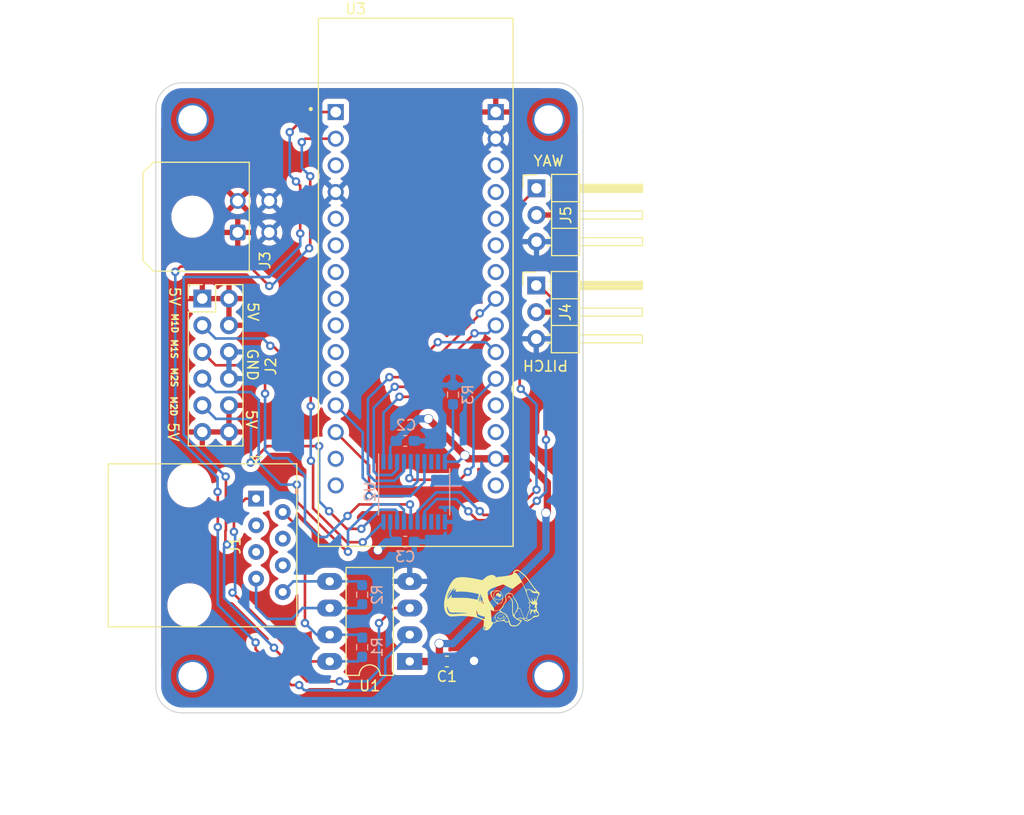
<source format=kicad_pcb>
(kicad_pcb (version 20211014) (generator pcbnew)

  (general
    (thickness 1.6)
  )

  (paper "A4")
  (layers
    (0 "F.Cu" signal)
    (31 "B.Cu" signal)
    (32 "B.Adhes" user "B.Adhesive")
    (33 "F.Adhes" user "F.Adhesive")
    (34 "B.Paste" user)
    (35 "F.Paste" user)
    (36 "B.SilkS" user "B.Silkscreen")
    (37 "F.SilkS" user "F.Silkscreen")
    (38 "B.Mask" user)
    (39 "F.Mask" user)
    (40 "Dwgs.User" user "User.Drawings")
    (41 "Cmts.User" user "User.Comments")
    (42 "Eco1.User" user "User.Eco1")
    (43 "Eco2.User" user "User.Eco2")
    (44 "Edge.Cuts" user)
    (45 "Margin" user)
    (46 "B.CrtYd" user "B.Courtyard")
    (47 "F.CrtYd" user "F.Courtyard")
    (48 "B.Fab" user)
    (49 "F.Fab" user)
    (50 "User.1" user)
    (51 "User.2" user)
    (52 "User.3" user)
    (53 "User.4" user)
    (54 "User.5" user)
    (55 "User.6" user)
    (56 "User.7" user)
    (57 "User.8" user)
    (58 "User.9" user)
  )

  (setup
    (stackup
      (layer "F.SilkS" (type "Top Silk Screen"))
      (layer "F.Paste" (type "Top Solder Paste"))
      (layer "F.Mask" (type "Top Solder Mask") (thickness 0.01))
      (layer "F.Cu" (type "copper") (thickness 0.035))
      (layer "dielectric 1" (type "core") (thickness 1.51) (material "FR4") (epsilon_r 4.5) (loss_tangent 0.02))
      (layer "B.Cu" (type "copper") (thickness 0.035))
      (layer "B.Mask" (type "Bottom Solder Mask") (thickness 0.01))
      (layer "B.Paste" (type "Bottom Solder Paste"))
      (layer "B.SilkS" (type "Bottom Silk Screen"))
      (copper_finish "None")
      (dielectric_constraints no)
    )
    (pad_to_mask_clearance 0)
    (pcbplotparams
      (layerselection 0x00010fc_ffffffff)
      (disableapertmacros false)
      (usegerberextensions true)
      (usegerberattributes false)
      (usegerberadvancedattributes false)
      (creategerberjobfile false)
      (svguseinch false)
      (svgprecision 6)
      (excludeedgelayer true)
      (plotframeref false)
      (viasonmask false)
      (mode 1)
      (useauxorigin false)
      (hpglpennumber 1)
      (hpglpenspeed 20)
      (hpglpendiameter 15.000000)
      (dxfpolygonmode true)
      (dxfimperialunits true)
      (dxfusepcbnewfont true)
      (psnegative false)
      (psa4output false)
      (plotreference true)
      (plotvalue false)
      (plotinvisibletext false)
      (sketchpadsonfab false)
      (subtractmaskfromsilk true)
      (outputformat 1)
      (mirror false)
      (drillshape 0)
      (scaleselection 1)
      (outputdirectory "gerbers/")
    )
  )

  (net 0 "")
  (net 1 "/RS485_A")
  (net 2 "/RS485_B")
  (net 3 "unconnected-(J1-Pad3)")
  (net 4 "/RS485_Z")
  (net 5 "/RS485_Y")
  (net 6 "+5V")
  (net 7 "/M1_DIR_OUT")
  (net 8 "/TIM2_CH2{slash}M1_SPEED_OUT")
  (net 9 "GND")
  (net 10 "/TIM2_CH4{slash}M2_SPEED_OUT")
  (net 11 "/M2_DIR_OUT")
  (net 12 "+3V3")
  (net 13 "/M1_DIR")
  (net 14 "/M2_DIR")
  (net 15 "/TIM2_CH4{slash}M2_SPEED")
  (net 16 "/TIM2_CH2{slash}M1_SPEED")
  (net 17 "/STM32_USART1_RX")
  (net 18 "/STM32_USART1_TX")
  (net 19 "unconnected-(U3-Pad3)")
  (net 20 "unconnected-(U3-Pad6)")
  (net 21 "unconnected-(U3-Pad7)")
  (net 22 "unconnected-(U3-Pad8)")
  (net 23 "unconnected-(U3-Pad9)")
  (net 24 "unconnected-(U3-Pad10)")
  (net 25 "unconnected-(U3-Pad11)")
  (net 26 "/PITCH{slash}TIM1_CH4_OUT")
  (net 27 "/YAW{slash}TIM1_CH1_OUT")
  (net 28 "unconnected-(U3-Pad14)")
  (net 29 "unconnected-(U3-Pad15)")
  (net 30 "unconnected-(U3-Pad16)")
  (net 31 "unconnected-(U3-Pad18)")
  (net 32 "unconnected-(U3-Pad19)")
  (net 33 "unconnected-(U3-Pad24)")
  (net 34 "unconnected-(U3-Pad25)")
  (net 35 "unconnected-(U3-Pad26)")
  (net 36 "unconnected-(U3-Pad27)")
  (net 37 "unconnected-(U3-Pad28)")
  (net 38 "/YAW{slash}TIM1_CH1")
  (net 39 "/PITCH{slash}TIM1_CH4")
  (net 40 "unconnected-(U2-Pad8)")
  (net 41 "unconnected-(U2-Pad9)")
  (net 42 "unconnected-(J1-Pad4)")
  (net 43 "unconnected-(U2-Pad12)")
  (net 44 "unconnected-(U2-Pad13)")
  (net 45 "unconnected-(U3-Pad5)")
  (net 46 "unconnected-(J1-Pad5)")
  (net 47 "unconnected-(J1-Pad6)")

  (footprint "Connector_PinHeader_2.54mm:PinHeader_1x03_P2.54mm_Horizontal" (layer "F.Cu") (at 36.225 19.3))

  (footprint "Connector_RJ:RJ45_Amphenol_54602-x08_Horizontal" (layer "F.Cu") (at 9.55 39.6 -90))

  (footprint "Connector_PinHeader_2.54mm:PinHeader_2x06_P2.54mm_Vertical" (layer "F.Cu") (at 4.425 20.55))

  (footprint "Package_DIP:DIP-8_W7.62mm_LongPads" (layer "F.Cu") (at 24.175 55.1 180))

  (footprint "MountingHole:MountingHole_2.7mm_M2.5_DIN965_Pad_TopOnly" (layer "F.Cu") (at 37.4 56.5))

  (footprint "MountingHole:MountingHole_2.7mm_M2.5_DIN965_Pad_TopOnly" (layer "F.Cu") (at 3.5 3.5))

  (footprint "MountingHole:MountingHole_2.7mm_M2.5_DIN965_Pad_TopOnly" (layer "F.Cu") (at 3.5 56.5))

  (footprint "MountingHole:MountingHole_2.7mm_M2.5_DIN965_Pad_TopOnly" (layer "F.Cu") (at 37.4 3.5))

  (footprint "Connector_PinHeader_2.54mm:PinHeader_1x03_P2.54mm_Horizontal" (layer "F.Cu") (at 36.25 10.05))

  (footprint "Connector_Molex:Molex_Micro-Fit_3.0_43045-0400_2x02_P3.00mm_Horizontal" (layer "F.Cu") (at 7.8 14.25 90))

  (footprint "plib:epenguin_head_small" (layer "F.Cu") (at 32 49.25 90))

  (footprint "Capacitor_SMD:C_0603_1608Metric_Pad1.08x0.95mm_HandSolder" (layer "F.Cu") (at 27.716 55.11 180))

  (footprint "plib:MODULE_NUCLEO-L432KC" (layer "F.Cu") (at 24.75 19))

  (footprint "Resistor_SMD:R_0603_1608Metric_Pad0.98x0.95mm_HandSolder" (layer "B.Cu") (at 19.65 53.75 90))

  (footprint "Resistor_SMD:R_0603_1608Metric_Pad0.98x0.95mm_HandSolder" (layer "B.Cu") (at 28.3 29.7 90))

  (footprint "Capacitor_SMD:C_0603_1608Metric_Pad1.08x0.95mm_HandSolder" (layer "B.Cu") (at 23.75 34.1))

  (footprint "Package_SO:TSSOP-20_4.4x6.5mm_P0.65mm" (layer "B.Cu") (at 24.6 38.95 -90))

  (footprint "Capacitor_SMD:C_0603_1608Metric_Pad1.08x0.95mm_HandSolder" (layer "B.Cu") (at 23.75 43.7))

  (footprint "Resistor_SMD:R_0603_1608Metric_Pad0.98x0.95mm_HandSolder" (layer "B.Cu") (at 19.65 48.75 90))

  (gr_line (start 0 2.5) (end 0 57.5) (layer "Edge.Cuts") (width 0.1) (tstamp 0b0ed82f-cd0f-483e-afb1-3d9c63626412))
  (gr_arc (start 38.182233 0) (mid 39.95 0.732233) (end 40.682233 2.5) (layer "Edge.Cuts") (width 0.1) (tstamp 3026f0e5-2e03-4b09-8bf9-bf5e41de9fde))
  (gr_line (start 2.5 60) (end 38.182233 60) (layer "Edge.Cuts") (width 0.1) (tstamp 3bc3a1f7-6e8d-4cb1-b522-61dab886a957))
  (gr_line (start 40.682233 57.5) (end 40.682233 2.5) (layer "Edge.Cuts") (width 0.1) (tstamp 55509fb5-1a05-4183-aa48-bc8ee8bff31d))
  (gr_line (start 2.5 0) (end 38.182233 0) (layer "Edge.Cuts") (width 0.1) (tstamp 7f0a762d-d58f-4d42-ae1f-7d80a0e2bd28))
  (gr_arc (start 2.5 60) (mid 0.732233 59.267767) (end 0 57.5) (layer "Edge.Cuts") (width 0.1) (tstamp af00085d-1794-4c99-952f-c446aee665f4))
  (gr_arc (start 40.682233 57.5) (mid 39.95 59.267767) (end 38.182233 60) (layer "Edge.Cuts") (width 0.1) (tstamp d4fffbb7-788f-4b07-aa57-4a4d4fff19d5))
  (gr_arc (start 0 2.5) (mid 0.732233 0.732233) (end 2.5 0) (layer "Edge.Cuts") (width 0.1) (tstamp f721f40e-7993-44a7-bcd0-f5608efe0556))
  (gr_text "PITCH" (at 37.1 26.9 180) (layer "F.SilkS") (tstamp 00a356b0-eac1-42f5-a05f-785a3fb7aa15)
    (effects (font (size 1 1) (thickness 0.15)))
  )
  (gr_text "M2S" (at 1.75 28.05 270) (layer "F.SilkS") (tstamp 372a8565-9dd7-4ebf-b735-8f3537057e29)
    (effects (font (size 0.6 0.6) (thickness 0.15)))
  )
  (gr_text "M1D" (at 1.8 22.9 270) (layer "F.SilkS") (tstamp 4051e848-01c5-456c-9f15-dde598810cb0)
    (effects (font (size 0.6 0.6) (thickness 0.15)))
  )
  (gr_text "5V" (at 1.65 33.25 270) (layer "F.SilkS") (tstamp 432d0299-d0fd-4c16-b73d-ec141bffd79f)
    (effects (font (size 1 1) (thickness 0.15)))
  )
  (gr_text "YAW" (at 37.4 7.45) (layer "F.SilkS") (tstamp 43dbf707-ed6f-4312-af6e-1ccbd146a347)
    (effects (font (size 1 1) (thickness 0.15)))
  )
  (gr_text "GND" (at 9.2 26.85 270) (layer "F.SilkS") (tstamp 884b7739-d86f-4a0a-849a-d154ec42348f)
    (effects (font (size 1 1) (thickness 0.15)))
  )
  (gr_text "5V" (at 9.1 32.05 270) (layer "F.SilkS") (tstamp ac7a1a1b-5329-41b9-8053-10fb6d6d430d)
    (effects (font (size 1 1) (thickness 0.15)))
  )
  (gr_text "M1S" (at 1.75 25.35 270) (layer "F.SilkS") (tstamp ce6e2cb2-f8a7-4656-99aa-10b2d4690421)
    (effects (font (size 0.6 0.6) (thickness 0.15)))
  )
  (gr_text "5V" (at 9.25 21.8 270) (layer "F.SilkS") (tstamp d43a2933-c675-483d-bec0-b1e9bbd0b02b)
    (effects (font (size 1 1) (thickness 0.15)))
  )
  (gr_text "5V" (at 1.8 20.35 270) (layer "F.SilkS") (tstamp f701af6d-24c2-42a3-8bf0-6bf921265f52)
    (effects (font (size 1 1) (thickness 0.15)))
  )
  (gr_text "M2D" (at 1.7 30.8 270) (layer "F.SilkS") (tstamp f9ad5758-fc8e-4598-ac38-9d7cf2dd980c)
    (effects (font (size 0.6 0.6) (thickness 0.15)))
  )

  (segment (start 16.555 55.1) (end 13.85 55.1) (width 0.25) (layer "F.Cu") (net 1) (tstamp 070d9a4e-80e7-4094-ac38-378ba10a929a))
  (segment (start 8.55 39.6) (end 7.437006 40.712994) (width 0.25) (layer "F.Cu") (net 1) (tstamp 18dafc9c-d445-4159-8c13-af97f40f14b8))
  (segment (start 13.85 55.1) (end 7.3 48.55) (width 0.25) (layer "F.Cu") (net 1) (tstamp 2046979b-88b7-4ca1-8b72-2819f99f4212))
  (segment (start 7.437006 40.712994) (end 7.437006 42.75659) (width 0.25) (layer "F.Cu") (net 1) (tstamp 57c973ca-3091-4e0d-a630-6eebeb0cd451))
  (segment (start 9.55 39.6) (end 8.55 39.6) (width 0.25) (layer "F.Cu") (net 1) (tstamp 84b71b23-38e5-4859-8088-e779d0c9a1b3))
  (via (at 7.437006 42.75659) (size 0.8) (drill 0.4) (layers "F.Cu" "B.Cu") (net 1) (tstamp 3ac9cdba-42e9-47c4-a117-c012acd1e5c5))
  (via (at 7.3 48.55) (size 0.8) (drill 0.4) (layers "F.Cu" "B.Cu") (net 1) (tstamp 76da7585-8685-4c96-9ca6-afab8dc9524d))
  (segment (start 19.65 54.6625) (end 19.2125 55.1) (width 0.25) (layer "B.Cu") (net 1) (tstamp 088c9092-c41a-44c3-b646-582adbe640f8))
  (segment (start 7.549 42.868584) (end 7.437006 42.75659) (width 0.25) (layer "B.Cu") (net 1) (tstamp 18c7d59b-2ba9-4e85-95ec-387acfad0cab))
  (segment (start 7.549 48.301) (end 7.549 42.868584) (width 0.25) (layer "B.Cu") (net 1) (tstamp 4d080620-2b39-4d10-b58c-ec6f72050612))
  (segment (start 7.3 48.55) (end 7.549 48.301) (width 0.25) (layer "B.Cu") (net 1) (tstamp 6aa4f4bd-201e-4c5b-87d5-cb10a2441f29))
  (segment (start 19.2125 55.1) (end 16.555 55.1) (width 0.25) (layer "B.Cu") (net 1) (tstamp 6fcd8cb9-a2f3-4d9c-9ad5-3d104790bfc9))
  (segment (start 14.2 42.98) (end 12.09 40.87) (width 0.25) (layer "F.Cu") (net 2) (tstamp b76ef12c-39d2-484f-b56d-f5c21b4c07b6))
  (segment (start 14.2 51.45) (end 14.2 42.98) (width 0.25) (layer "F.Cu") (net 2) (tstamp fad5b779-3a88-41dc-bb23-6470bdeb11b8))
  (via (at 14.2 51.45) (size 0.8) (drill 0.4) (layers "F.Cu" "B.Cu") (net 2) (tstamp 34854e83-e1f2-4529-b2e4-39c7cd26f842))
  (segment (start 16.555 52.56) (end 15.31 52.56) (width 0.25) (layer "B.Cu") (net 2) (tstamp 4deea405-9e0d-4ed8-99f8-fda32d01d77f))
  (segment (start 19.65 52.8375) (end 19.3725 52.56) (width 0.25) (layer "B.Cu") (net 2) (tstamp 5e465618-61c3-4b51-947c-c31cebf4b696))
  (segment (start 15.31 52.56) (end 14.2 51.45) (width 0.25) (layer "B.Cu") (net 2) (tstamp 6357fd49-ef7c-43af-bf5c-584ceeb65cab))
  (segment (start 19.3725 52.56) (end 16.555 52.56) (width 0.25) (layer "B.Cu") (net 2) (tstamp f7dd75ea-8bfc-4528-ad21-a4979b174a49))
  (segment (start 9.55 49.95) (end 9.55 47.22) (width 0.25) (layer "B.Cu") (net 4) (tstamp 15f8afde-6213-4ff4-a60a-912cb12c588d))
  (segment (start 12.95 51.05) (end 10.65 51.05) (width 0.25) (layer "B.Cu") (net 4) (tstamp 2021a1be-e81b-4bf0-aa1a-d476bb052733))
  (segment (start 16.555 50.02) (end 13.98 50.02) (width 0.25) (layer "B.Cu") (net 4) (tstamp 211d1edb-a3ca-4f09-a7d0-3240c8815b0d))
  (segment (start 10.65 51.05) (end 9.55 49.95) (width 0.25) (layer "B.Cu") (net 4) (tstamp 50ecb911-871b-4ba0-8f12-76b0066ac29d))
  (segment (start 13.98 50.02) (end 12.95 51.05) (width 0.25) (layer "B.Cu") (net 4) (tstamp 66e076ae-a61e-4848-b341-11445014aee4))
  (segment (start 19.2925 50.02) (end 16.555 50.02) (width 0.25) (layer "B.Cu") (net 4) (tstamp 9c423090-79a1-4845-b9cc-48a141360a76))
  (segment (start 19.65 49.6625) (end 19.2925 50.02) (width 0.25) (layer "B.Cu") (net 4) (tstamp a7bae4e0-4e92-4493-a363-57297e00d15e))
  (segment (start 13.1 47.48) (end 12.09 48.49) (width 0.25) (layer "B.Cu") (net 5) (tstamp 2571a9a7-3cd7-4411-a936-0b547ce693d7))
  (segment (start 19.2925 47.48) (end 16.555 47.48) (width 0.25) (layer "B.Cu") (net 5) (tstamp 41cc6a45-6fe4-4923-ab82-e638446abb4b))
  (segment (start 19.65 47.8375) (end 19.2925 47.48) (width 0.25) (layer "B.Cu") (net 5) (tstamp 476bb62b-d1a0-4986-996c-a3a1bebc6834))
  (segment (start 16.555 47.48) (end 13.1 47.48) (width 0.25) (layer "B.Cu") (net 5) (tstamp bc424331-1e4f-43e5-b53b-fba76567bbe8))
  (via (at 21.15 44.5) (size 0.9) (drill 0.8) (layers "F.Cu" "B.Cu") (net 6) (tstamp a590e6fe-cde9-4570-b2ab-5b1ef025b40a))
  (segment (start 22.325 41.8125) (end 22.325 43.1375) (width 0.2) (layer "B.Cu") (net 6) (tstamp 1a81225f-0b73-4f80-9d6b-63b6c2f59683))
  (segment (start 21.95 43.7) (end 21.15 44.5) (width 0.7) (layer "B.Cu") (net 6) (tstamp 43635e50-10cc-4eaf-82c7-d2c64aece9fb))
  (segment (start 22.325 43.1375) (end 22.8875 43.7) (width 0.2) (layer "B.Cu") (net 6) (tstamp c32fc2f8-bd71-42a5-8366-4756ee0ce1a7))
  (segment (start 22.8875 43.7) (end 21.95 43.7) (width 0.7) (layer "B.Cu") (net 6) (tstamp e13b02df-63f1-4006-817f-3aa7a17b77bc))
  (segment (start 14.9745 40.5245) (end 14.9745 36.196197) (width 0.25) (layer "F.Cu") (net 7) (tstamp 15b6a284-2f49-4fc5-9e91-51bd2bb227e6))
  (segment (start 11.15 25.05) (end 14.75 28.65) (width 0.25) (layer "F.Cu") (net 7) (tstamp 3a2eec88-18df-4031-95b9-bae675cfd221))
  (segment (start 14.75 28.65) (end 14.75 30.8) (width 0.25) (layer "F.Cu") (net 7) (tstamp 6c4fcc62-6711-4b3a-9159-0456aad1623c))
  (segment (start 18.2 43.75) (end 14.9745 40.5245) (width 0.25) (layer "F.Cu") (net 7) (tstamp 79956286-9559-448a-8bba-a2ca87671a7d))
  (segment (start 14.9745 36.196197) (end 14.7755 35.997197) (width 0.25) (layer "F.Cu") (net 7) (tstamp 84733162-bbe7-408d-a20f-6d47359577a9))
  (segment (start 19.7 43.75) (end 18.2 43.75) (width 0.25) (layer "F.Cu") (net 7) (tstamp ce6f96b1-2622-498f-821c-29c24fd7ccfb))
  (segment (start 10.9 25.05) (end 11.15 25.05) (width 0.25) (layer "F.Cu") (net 7) (tstamp dd118dae-ddfd-43e2-894e-71e37f00b482))
  (via (at 10.9 25.05) (size 0.8) (drill 0.4) (layers "F.Cu" "B.Cu") (net 7) (tstamp 16ad0bf4-6dc6-41c7-ba56-a9c564d51de7))
  (via (at 14.75 30.8) (size 0.8) (drill 0.4) (layers "F.Cu" "B.Cu") (net 7) (tstamp 4a92daa4-7f99-4d5a-9280-c637a08db1d0))
  (via (at 14.7755 35.997197) (size 0.8) (drill 0.4) (layers "F.Cu" "B.Cu") (net 7) (tstamp ae9a8971-9314-4183-844d-d5eb053c094d))
  (via (at 19.7 43.75) (size 0.8) (drill 0.4) (layers "F.Cu" "B.Cu") (net 7) (tstamp fc5b753f-d2b8-48b1-92fc-466831eacf1d))
  (segment (start 8.7 24.35) (end 10.2 24.35) (width 0.25) (layer "B.Cu") (net 7) (tstamp 190902b9-ec7a-4558-b95e-5fef2468feaa))
  (segment (start 14.75 30.8) (end 14.75 35.971697) (width 0.25) (layer "B.Cu") (net 7) (tstamp 69f4693d-6909-44a8-b095-faeff0261b81))
  (segment (start 5.685 24.35) (end 8.7 24.35) (width 0.25) (layer "B.Cu") (net 7) (tstamp 75696ffb-7e56-4624-872f-ed224c0cd06c))
  (segment (start 10.2 24.35) (end 10.9 25.05) (width 0.25) (layer "B.Cu") (net 7) (tstamp 969a8a42-d455-4d24-8933-d94524aceaa9))
  (segment (start 19.7375 43.75) (end 19.7 43.75) (width 0.25) (layer "B.Cu") (net 7) (tstamp c9bc6774-97af-4dde-90d9-4e0420a90062))
  (segment (start 4.425 23.09) (end 5.685 24.35) (width 0.25) (layer "B.Cu") (net 7) (tstamp e6c97dab-ea7a-4f7d-ab3b-c31deceaabcb))
  (segment (start 14.75 35.971697) (end 14.7755 35.997197) (width 0.25) (layer "B.Cu") (net 7) (tstamp ea1cccb4-d182-4571-b0a8-049b5f9cf515))
  (segment (start 21.675 41.8125) (end 19.7375 43.75) (width 0.25) (layer "B.Cu") (net 7) (tstamp ead14060-2fbe-4931-9bfe-b1933b9890de))
  (segment (start 4.425 25.63) (end 5.695 26.9) (width 0.25) (layer "F.Cu") (net 8) (tstamp 07e4dbda-56d3-49c3-9a4c-00cc41599524))
  (segment (start 10.4 27.7) (end 10.4 29.6) (width 0.25) (layer "F.Cu") (net 8) (tstamp 442e5e35-4d10-4bb1-bd65-5fbd8cc2b9a7))
  (segment (start 24.2 40.15) (end 19.35 40.15) (width 0.25) (layer "F.Cu") (net 8) (tstamp 50269ec7-e142-4bf2-841c-6df453fabaa4))
  (segment (start 19.35 40.15) (end 18.25 41.25) (width 0.25) (layer "F.Cu") (net 8) (tstamp 63a03f22-217d-4481-8f60-d8aaf3360db0))
  (segment (start 5.695 26.9) (end 8.7 26.9) (width 0.25) (layer "F.Cu") (net 8) (tstamp 76ff9219-a501-4121-a7cb-1c65247a5a9f))
  (segment (start 8.7 26.9) (end 9.6 26.9) (width 0.25) (layer "F.Cu") (net 8) (tstamp c2817985-2c65-4e41-b1ba-3f1b32f1b95b))
  (segment (start 9.6 26.9) (end 10.4 27.7) (width 0.25) (layer "F.Cu") (net 8) (tstamp fb08b230-ae58-4888-a7db-27d02dd234fb))
  (via (at 18.25 41.25) (size 0.8) (drill 0.4) (layers "F.Cu" "B.Cu") (net 8) (tstamp 0b8a12db-9ef5-4b43-8f38-9b1799f1e919))
  (via (at 24.2 40.15) (size 0.8) (drill 0.4) (layers "F.Cu" "B.Cu") (net 8) (tstamp 7df328bf-63d9-4776-92f8-91322a0c118f))
  (via (at 10.4 29.6) (size 0.8) (drill 0.4) (layers "F.Cu" "B.Cu") (net 8) (tstamp c6961867-c5f2-41c1-9f3c-be4c08ce6100))
  (segment (start 24.275 41.8125) (end 24.275 40.225) (width 0.25) (layer "B.Cu") (net 8) (tstamp 0a51a9ff-5d8f-449c-8401-15f484259bcb))
  (segment (start 10.4 35) (end 11.15 35.75) (width 0.25) (layer "B.Cu") (net 8) (tstamp 20876b21-b0d3-4bca-865f-f2cb58bab4ac))
  (segment (start 16.25 43.25) (end 15.55 43.25) (width 0.25) (layer "B.Cu") (net 8) (tstamp 3bb34682-48ba-4817-a51e-3ddbf6f78096))
  (segment (start 14.2 41.9) (end 14.2 37.4) (width 0.25) (layer "B.Cu") (net 8) (tstamp 715f02de-fe56-4b6e-8bf8-fa97f890b683))
  (segment (start 15.55 43.25) (end 14.2 41.9) (width 0.25) (layer "B.Cu") (net 8) (tstamp 7e87503e-748d-4b5e-ade7-6541892bd3be))
  (segment (start 10.4 29.6) (end 10.4 35) (width 0.25) (layer "B.Cu") (net 8) (tstamp ad4deb87-9c45-4917-a673-5e325bad78e2))
  (segment (start 18.25 41.25) (end 16.25 43.25) (width 0.25) (layer "B.Cu") (net 8) (tstamp ba473fb4-7578-42d3-9c7d-478397a77af1))
  (segment (start 12.55 35.75) (end 11.15 35.75) (width 0.25) (layer "B.Cu") (net 8) (tstamp dbe107dc-fac0-4e65-8037-90829e1b40f7))
  (segment (start 14.2 37.4) (end 12.55 35.75) (width 0.25) (layer "B.Cu") (net 8) (tstamp f74b43f9-2457-47d1-ab91-a4007b6536db))
  (segment (start 24.275 40.225) (end 24.2 40.15) (width 0.25) (layer "B.Cu") (net 8) (tstamp fb8616f9-4c27-45a0-9d6c-304ec02494a5))
  (segment (start 30.24 55.11) (end 30.3 55.05) (width 0.7) (layer "F.Cu") (net 9) (tstamp 605260ce-f1c0-4406-ba8a-47bef5e5d994))
  (segment (start 28.5785 55.11) (end 30.24 55.11) (width 0.7) (layer "F.Cu") (net 9) (tstamp bf1637b5-0e70-47d6-8e19-b81108567c27))
  (via (at 30.3 55.05) (size 0.9) (drill 0.8) (layers "F.Cu" "B.Cu") (net 9) (tstamp d685c32a-fa7c-4428-92f6-578736463fb8))
  (segment (start 18.2 44.65) (end 13.4255 39.8755) (width 0.25) (layer "F.Cu") (net 10) (tstamp 12e2692b-1b11-4205-925d-9fdd399dec78))
  (segment (start 13.4255 39.8755) (end 13.4255 38.263113) (width 0.25) (layer "F.Cu") (net 10) (tstamp 49c6fa07-ad8c-42ce-ac02-44882a8197f6))
  (segment (start 18.3 44.65) (end 18.2 44.65) (width 0.25) (layer "F.Cu") (net 10) (tstamp f7e9fe3b-b343-4a7d-bbd6-c22ad8bbb566))
  (via (at 18.3 44.65) (size 0.8) (drill 0.4) (layers "F.Cu" "B.Cu") (net 10) (tstamp 440665ea-e14d-4b7e-bb14-a0a57becda8c))
  (via (at 13.4255 38.263113) (size 0.8) (drill 0.4) (layers "F.Cu" "B.Cu") (net 10) (tstamp aa87b755-976b-4bdd-8d02-8602465d6fa7))
  (segment (start 23.625 41.8125) (end 23.625 40.670309) (width 0.25) (layer "B.Cu") (net 10) (tstamp 4bd1b023-a34f-44c2-b7be-056db58840ce))
  (segment (start 11.913113 38.263113) (end 13.4255 38.263113) (width 0.25) (layer "B.Cu") (net 10) (tstamp 74b2d9f8-d67e-4878-88b3-58123ed2e0c4))
  (segment (start 18.3 42.65) (end 18.3 44.65) (width 0.25) (layer "B.Cu") (net 10) (tstamp 7cf55306-9066-434e-b676-34fe3f489adc))
  (segment (start 20.8 40.15) (end 18.3 42.65) (width 0.25) (layer "B.Cu") (net 10) (tstamp 83dddde0-77a0-4b3a-a199-481fd2fc17f7))
  (segment (start 9.799501 36.149501) (end 11.913113 38.263113) (width 0.25) (layer "B.Cu") (net 10) (tstamp 929fd688-c18e-4794-8f47-e1cf9c4110bb))
  (segment (start 9.799501 30.199501) (end 9.799501 36.149501) (width 0.25) (layer "B.Cu") (net 10) (tstamp 950d57cc-bbd2-41cc-ba7e-848ddfda15bc))
  (segment (start 5.705 29.45) (end 9.05 29.45) (width 0.25) (layer "B.Cu") (net 10) (tstamp 9d9d96f5-e91a-4b6e-924d-a1bdec714c5e))
  (segment (start 23.104691 40.15) (end 20.8 40.15) (width 0.25) (layer "B.Cu") (net 10) (tstamp b7fad5f6-2754-4b7a-bae1-a5c62b4d606d))
  (segment (start 9.05 29.45) (end 9.799501 30.199501) (width 0.25) (layer "B.Cu") (net 10) (tstamp c2819987-3962-4708-aedf-20e3b4764d5d))
  (segment (start 4.425 28.17) (end 5.705 29.45) (width 0.25) (layer "B.Cu") (net 10) (tstamp ec55325d-6ef0-4c70-8bb0-c39daba26bb8))
  (segment (start 23.625 40.670309) (end 23.104691 40.15) (width 0.25) (layer "B.Cu") (net 10) (tstamp ec8d515c-7044-4224-afef-297846c795c5))
  (segment (start 15.55 34.6) (end 10.595598 34.6) (width 0.25) (layer "F.Cu") (net 11) (tstamp 0253ffbf-3d55-4db9-85d3-408458938d3f))
  (segment (start 10.595598 34.6) (end 9.02528 36.170318) (width 0.25) (layer "F.Cu") (net 11) (tstamp f42c0837-131e-4775-ad2b-1903a79d38ba))
  (segment (start 18.176095 42.476095) (end 16.5 40.8) (width 0.25) (layer "F.Cu") (net 11) (tstamp f6a6ae03-49ae-4c40-b6c2-6a99a2cdc166))
  (segment (start 19.569214 42.476095) (end 18.176095 42.476095) (width 0.25) (layer "F.Cu") (net 11) (tstamp fd431072-7c0e-43de-8cbe-b10d9c50e057))
  (via (at 15.55 34.6) (size 0.8) (drill 0.4) (layers "F.Cu" "B.Cu") (net 11) (tstamp 3b02a579-b415-43cf-9add-a34ce367a3ea))
  (via (at 16.5 40.8) (size 0.8) (drill 0.4) (layers "F.Cu" "B.Cu") (net 11) (tstamp 7fd016d9-fed3-498f-84b5-a188f796a6bf))
  (via (at 9.02528 36.170318) (size 0.8) (drill 0.4) (layers "F.Cu" "B.Cu") (net 11) (tstamp a106e1a6-9a3c-4d8e-a9c2-d2741b9c230b))
  (via (at 19.569214 42.476095) (size 0.8) (drill 0.4) (layers "F.Cu" "B.Cu") (net 11) (tstamp ce9d4d8c-b263-49aa-940a-97b684107a01))
  (segment (start 21.395808 40.649501) (end 19.569214 42.476095) (width 0.25) (layer "B.Cu") (net 11) (tstamp 130038e6-58fc-4778-9246-ec36949d0bd1))
  (segment (start 22.975 40.825) (end 22.799501 40.649501) (width 0.25) (layer "B.Cu") (net 11) (tstamp 149b9d19-8f63-4340-a4e3-b14aa9929cf3))
  (segment (start 9.05 32) (end 9.055735 32.005735) (width 0.25) (layer "B.Cu") (net 11) (tstamp 1ec64ee9-3495-4e3e-b2dc-487f1ecb6913))
  (segment (start 9.055735 32.005735) (end 9.055735 36.139863) (width 0.25) (layer "B.Cu") (net 11) (tstamp 56ceca0d-a34d-4b93-a68e-6f1b8488c222))
  (segment (start 4.425 30.71) (end 5.715 32) (width 0.25) (layer "B.Cu") (net 11) (tstamp 5b626725-7ce3-456b-b776-64653e1a2ee8))
  (segment (start 5.715 32) (end 9.05 32) (width 0.25) (layer "B.Cu") (net 11) (tstamp 6250ed57-f172-4dd5-a186-872faf1768fd))
  (segment (start 15.55 39.85) (end 16.5 40.8) (width 0.25) (layer "B.Cu") (net 11) (tstamp 812c7c38-a19f-463c-98a4-2c478f6e9fe5))
  (segment (start 9.055735 36.139863) (end 9.02528 36.170318) (width 0.25) (layer "B.Cu") (net 11) (tstamp b1865d9f-8e37-47f2-9327-bb8be225ee35))
  (segment (start 22.975 41.8125) (end 22.975 40.825) (width 0.25) (layer "B.Cu") (net 11) (tstamp d74931ef-48ce-4c1e-8d5a-542259090359))
  (segment (start 15.55 34.6) (end 15.55 39.85) (width 0.25) (layer "B.Cu") (net 11) (tstamp f2eb1a23-05f0-4cfb-94d1-35c9769a1d2c))
  (segment (start 22.799501 40.649501) (end 21.395808 40.649501) (width 0.25) (layer "B.Cu") (net 11) (tstamp f8cf1431-3b3c-4a2a-b0d8-1fd55c6d039a))
  (segment (start 26.8535 55.11) (end 27 54.9635) (width 0.7) (layer "F.Cu") (net 12) (tstamp 06a9860b-9e87-47c4-9dce-4a760349d32e))
  (segment (start 24.185 55.11) (end 24.175 55.1) (width 0.7) (layer "F.Cu") (net 12) (tstamp 1c21debf-dd4f-444b-9300-f870f18cd0b9))
  (segment (start 32.37 35.805) (end 35.005 35.805) (width 0.7) (layer "F.Cu") (net 12) (tstamp 257ecd36-934f-4aa3-ab2d-db8339ee4b26))
  (segment (start 27 54.9635) (end 27 53.4) (width 0.7) (layer "F.Cu") (net 12) (tstamp 37c3995a-0891-4f32-a91d-95630914c1f8))
  (segment (start 32.37 35.805) (end 29.755 35.805) (width 0.7) (layer "F.Cu") (net 12) (tstamp 60523d6f-dc0c-4be3-8f4e-d70eb0309518))
  (segment (start 37.284155 40.815845) (end 37.15 40.95) (width 0.7) (layer "F.Cu") (net 12) (tstamp 8a80b8a2-9ddc-42e7-a10d-cddf7bcd59c8))
  (segment (start 29.755 35.805) (end 29.425 35.475) (width 0.7) (layer "F.Cu") (net 12) (tstamp 8c8abc1a-da86-416b-a9aa-8c491477f7ce))
  (segment (start 37.284155 38.084155) (end 37.284155 40.815845) (width 0.7) (layer "F.Cu") (net 12) (tstamp 8ee6cbc1-8802-47a5-b0d7-d9001d42a363))
  (segment (start 35.005 35.805) (end 37.284155 38.084155) (width 0.7) (layer "F.Cu") (net 12) (tstamp 93013acd-217d-4382-bed5-4956f1b81a28))
  (segment (start 26.8535 55.11) (end 24.185 55.11) (width 0.7) (layer "F.Cu") (net 12) (tstamp 94b9b5b9-338c-4b49-991c-bea3cd465cd9))
  (segment (start 29.425 35.475) (end 25.95 32) (width 0.7) (layer "F.Cu") (net 12) (tstamp ba813a9b-939b-4d29-bf12-a942eb16c91e))
  (via (at 29.425 35.475) (size 0.9) (drill 0.8) (layers "F.Cu" "B.Cu") (net 12) (tstamp 116237e8-785f-44e3-9c10-650b51097e16))
  (via (at 37.15 40.95) (size 0.9) (drill 0.8) (layers "F.Cu" "B.Cu") (net 12) (tstamp 5d85934e-81e2-4bc0-bb6b-89872cda8f6d))
  (via (at 27 53.4) (size 0.9) (drill 0.8) (layers "F.Cu" "B.Cu") (net 12) (tstamp 67eb8d6f-b680-44cc-9820-cf4e16b94128))
  (via (at 25.95 32) (size 0.9) (drill 0.8) (layers "F.Cu" "B.Cu") (net 12) (tstamp fb02077c-8092-43f0-9734-678d58b86274))
  (segment (start 28.8125 36.0875) (end 29.425 35.475) (width 0.25) (layer "B.Cu") (net 12) (tstamp 08ba252e-4bb8-49cd-a9c5-58b5a5629140))
  (segment (start 27.525 36.0875) (end 28.8125 36.0875) (width 0.25) (layer "B.Cu") (net 12) (tstamp 312d9358-71e9-4e4c-b8c8-fd4a6d09d2ff))
  (segment (start 37.15 44.55) (end 28.3 53.4) (width 0.7) (layer "B.Cu") (net 12) (tstamp 3f1299c6-b900-4000-9d71-aafe81ccdb91))
  (segment (start 22.325 34.6625) (end 22.325 36.0875) (width 0.25) (layer "B.Cu") (net 12) (tstamp 4817ab17-8bb5-47d5-b135-b1175eb390ec))
  (segment (start 37.15 40.95) (end 37.15 44.55) (width 0.7) (layer "B.Cu") (net 12) (tstamp 4a33a8dc-2861-4a2b-b6ff-b407865ffd69))
  (segment (start 28.3 53.4) (end 27 53.4) (width 0.7) (layer "B.Cu") (net 12) (tstamp 4d72de37-f7f9-46b9-8865-4bd52b7f0f79))
  (segment (start 24.9875 32) (end 25.95 32) (width 0.7) (layer "B.Cu") (net 12) (tstamp 8c1ee1b0-7349-4d5d-bad8-752c843740ad))
  (segment (start 27.525 36.0875) (end 27.525 35.575) (width 0.25) (layer "B.Cu") (net 12) (tstamp 92010a4c-e587-4440-a26b-3dc2cc787c62))
  (segment (start 22.8875 34.1) (end 24.9875 32) (width 0.7) (layer "B.Cu") (net 12) (tstamp a24f96d8-b62c-425c-9469-a00337655682))
  (segment (start 27.525 35.575) (end 28.3 34.8) (width 0.25) (layer "B.Cu") (net 12) (tstamp d2e98346-0528-4336-8c94-c0d3b855fe73))
  (segment (start 28.3 34.8) (end 28.3 30.6125) (width 0.25) (layer "B.Cu") (net 12) (tstamp eb982a1f-f00b-4425-9baa-2d086403426a))
  (segment (start 22.8875 34.1) (end 22.325 34.6625) (width 0.25) (layer "B.Cu") (net 12) (tstamp f951e976-e8e9-4617-9569-e17501c82153))
  (segment (start 24.3 29.9) (end 23.2 29.9) (width 0.25) (layer "F.Cu") (net 13) (tstamp 08d7911c-1c3a-4944-a48e-8feffb9ab3be))
  (segment (start 30.35 23.85) (end 24.3 29.9) (width 0.25) (layer "F.Cu") (net 13) (tstamp e6622d3c-cd73-4b35-9f3f-433218fc544d))
  (via (at 23.2 29.9) (size 0.8) (drill 0.4) (layers "F.Cu" "B.Cu") (net 13) (tstamp 75c20b45-34dd-4821-9cbc-57aa884e5614))
  (via (at 30.35 23.85) (size 0.8) (drill 0.4) (layers "F.Cu" "B.Cu") (net 13) (tstamp 8d2b136d-e5b4-42d8-a356-d48a3273c3ac))
  (segment (start 31.625 23.85) (end 32.37 23.105) (width 0.25) (layer "B.Cu") (net 13) (tstamp 80707758-0f30-4a8d-ac3e-699fed50c6fd))
  (segment (start 21.675 36.0875) (end 21.675 31.425) (width 0.25) (layer "B.Cu") (net 13) (tstamp a332b725-71f2-48f4-be9d-0514109ed033))
  (segment (start 21.675 31.425) (end 23.2 29.9) (width 0.25) (layer "B.Cu") (net 13) (tstamp e2bd1564-bef2-45e6-b64e-d165a551951f))
  (segment (start 30.35 23.85) (end 31.625 23.85) (width 0.25) (layer "B.Cu") (net 13) (tstamp f6460ed9-ebdc-4d73-a60f-349db3491fa5))
  (segment (start 23.95 28.95) (end 22.75 28.95) (width 0.25) (layer "F.Cu") (net 14) (tstamp 88281e39-8b38-4d42-a854-6958b700535a))
  (segment (start 30.85 22.05) (end 23.95 28.95) (width 0.25) (layer "F.Cu") (net 14) (tstamp 8c91e0bd-cc7f-4faf-b8d5-3d2cf5b52724))
  (segment (start 30.85 21.95) (end 30.85 22.05) (width 0.25) (layer "F.Cu") (net 14) (tstamp dcd07b42-9ad8-477b-987a-32794be8a1c8))
  (via (at 30.85 21.95) (size 0.8) (drill 0.4) (layers "F.Cu" "B.Cu") (net 14) (tstamp 5865de84-cf31-45cf-8d0d-ecc55c4d133c))
  (via (at 22.75 28.95) (size 0.8) (drill 0.4) (layers "F.Cu" "B.Cu") (net 14) (tstamp 783e503b-3263-4b4b-bbfb-4a8a64341fbe))
  (segment (start 22.975 36.846751) (end 22.471751 37.35) (width 0.25) (layer "B.Cu") (net 14) (tstamp 1d6e11d8-00ad-41a6-8178-86d4975f6757))
  (segment (start 22.975 36.0875) (end 22.975 36.846751) (width 0.25) (layer "B.Cu") (net 14) (tstamp 2e48012d-16f6-4fb2-8117-315bfecfcea3))
  (segment (start 20.75 37) (end 20.75 30.95) (width 0.25) (layer "B.Cu") (net 14) (tstamp 30fb17ee-8331-4e9d-b637-41fd1092d087))
  (segment (start 22.471751 37.35) (end 21.1 37.35) (width 0.25) (layer "B.Cu") (net 14) (tstamp 5a980d13-f95e-42b8-8fc3-96ed9d4b2592))
  (segment (start 32.37 20.565) (end 30.985 21.95) (width 0.25) (layer "B.Cu") (net 14) (tstamp 69fe1f55-ca3a-4292-b503-a7fbd73940c6))
  (segment (start 21.1 37.35) (end 20.75 37) (width 0.25) (layer "B.Cu") (net 14) (tstamp 916c6611-384f-45d8-bd40-2f2b9121dc39))
  (segment (start 20.75 30.95) (end 22.75 28.95) (width 0.25) (layer "B.Cu") (net 14) (tstamp abdc8c65-484d-44ad-a4b4-2facfd2c504e))
  (segment (start 30.985 21.95) (end 30.85 21.95) (width 0.25) (layer "B.Cu") (net 14) (tstamp c7da0f10-805f-4e59-b250-1a31b3792748))
  (segment (start 23.51743 28.03257) (end 22.240317 28.03257) (width 0.25) (layer "F.Cu") (net 15) (tstamp a4cd70a9-addd-4d15-a01d-8f55c67bb68f))
  (segment (start 26.85 24.7) (end 23.51743 28.03257) (width 0.25) (layer "F.Cu") (net 15) (tstamp b28d967d-c464-490e-9268-15fdd1895f32))
  (via (at 22.240317 28.03257) (size 0.8) (drill 0.4) (layers "F.Cu" "B.Cu") (net 15) (tstamp 3c1e96c5-16ed-4742-bf98-4bcbc4336c0b))
  (via (at 26.85 24.7) (size 0.8) (drill 0.4) (layers "F.Cu" "B.Cu") (net 15) (tstamp e15ce12f-a109-4ca3-9fb3-75d9b34bdb32))
  (segment (start 20.199501 37.249501) (end 20.199501 30.073386) (width 0.25) (layer "B.Cu") (net 15) (tstamp 0dc40bd7-ddb1-4093-b7e1-e33903889c26))
  (segment (start 22.706401 37.9) (end 20.85 37.9) (width 0.25) (layer "B.Cu") (net 15) (tstamp 22426924-82d6-4bb6-a838-b622d47c7e3b))
  (segment (start 23.625 36.981401) (end 22.706401 37.9) (width 0.25) (layer "B.Cu") (net 15) (tstamp 2e9aa4de-4c40-451e-bb0b-962bc6972a98))
  (segment (start 32.37 25.645) (end 31.425 24.7) (width 0.25) (layer "B.Cu") (net 15) (tstamp 396e9f3f-6ce6-4834-9641-73476d17dd03))
  (segment (start 23.625 36.0875) (end 23.625 36.981401) (width 0.25) (layer "B.Cu") (net 15) (tstamp 5f1a78ba-9765-4443-80e8-a4c4244bdf7f))
  (segment (start 20.199501 30.073386) (end 22.240317 28.03257) (width 0.25) (layer "B.Cu") (net 15) (tstamp 6515919d-030c-449d-91dc-7eae510d6db7))
  (segment (start 31.425 24.7) (end 26.85 24.7) (width 0.25) (layer "B.Cu") (net 15) (tstamp 8d99e505-d785-4074-8ce9-a7a397f8bfed))
  (segment (start 20.85 37.9) (end 20.199501 37.249501) (width 0.25) (layer "B.Cu") (net 15) (tstamp de9f187c-75a6-46ac-9b4e-b9024cfbab17))
  (segment (start 28.95 37.8) (end 24.290056 37.8) (width 0.25) (layer "F.Cu") (net 16) (tstamp 65277248-f9da-47cd-ae98-30dfa605d479))
  (segment (start 29.7 37.05) (end 28.95 37.8) (width 0.25) (layer "F.Cu") (net 16) (tstamp 7c974fbc-3594-40f7-be7d-690410bb5654))
  (segment (start 24.290056 37.8) (end 24.144172 37.654116) (width 0.25) (layer "F.Cu") (net 16) (tstamp c665b617-8070-4b2c-b492-47fa101fb3f9))
  (via (at 29.7 37.05) (size 0.8) (drill 0.4) (layers "F.Cu" "B.Cu") (net 16) (tstamp a602b01b-3cd4-4803-bc9b-0353627f8b24))
  (via (at 24.144172 37.654116) (size 0.8) (drill 0.4) (layers "F.Cu" "B.Cu") (net 16) (tstamp bb5d16a3-d9b3-42f4-9027-cc9c474f0caa))
  (segment (start 24.275 36.0875) (end 24.275 37.523288) (width 0.25) (layer "B.Cu") (net 16) (tstamp 136c1ffc-a68f-4711-9034-63ee5de20475))
  (segment (start 24.275 37.523288) (end 24.144172 37.654116) (width 0.25) (layer "B.Cu") (net 16) (tstamp 30bae374-6cc1-4974-b424-906518350d1f))
  (segment (start 30.25 36.5) (end 30.25 30.305) (width 0.25) (layer "B.Cu") (net 16) (tstamp 5b2ef932-527c-45cb-97ce-96a7deae394a))
  (segment (start 29.7 37.05) (end 30.25 36.5) (width 0.25) (layer "B.Cu") (net 16) (tstamp 7778ff58-2b35-4c38-ae13-cf00c74d1e3d))
  (segment (start 30.25 30.305) (end 32.37 28.185) (width 0.25) (layer "B.Cu") (net 16) (tstamp c9b867e2-cdb0-499c-8e1b-abb0b7e7cdbb))
  (segment (start 9.5 53.95) (end 12.9 57.35) (width 0.25) (layer "F.Cu") (net 17) (tstamp 11cee5d6-185b-480e-9e2b-8f8a732ee126))
  (segment (start 5.9 42.3) (end 5.9 38.9745) (width 0.25) (layer "F.Cu") (net 17) (tstamp 12d81f99-a009-4710-8f1b-af2d7e6b4e8a))
  (segment (start 2.35 17.5) (end 1.85 18) (width 0.25) (layer "F.Cu") (net 17) (tstamp 167772e2-fbae-4940-98e2-ac673b296c3d))
  (segment (start 8.95 17.5) (end 8.9 17.5) (width 0.25) (layer "F.Cu") (net 17) (tstamp 16974b63-a25f-41dd-af13-2b9e9f1e0442))
  (segment (start 14.225 5.325) (end 13.9 5.65) (width 0.25) (layer "F.Cu") (net 17) (tstamp 19ef27db-fd21-408b-af3d-1c43f32e3c40))
  (segment (start 17.13 5.325) (end 14.225 5.325) (width 0.25) (layer "F.Cu") (net 17) (tstamp 7b045971-2a34-4670-8f97-c9c758c4b22b))
  (segment (start 12.9 57.35) (end 13.65 57.35) (width 0.25) (layer "F.Cu") (net 17) (tstamp 9ff99ae5-f477-42f2-a46b-c3549408aae1))
  (segment (start 5.9 38.9745) (end 5.8755 38.95) (width 0.25) (layer "F.Cu") (net 17) (tstamp a81ec45d-90e5-418a-8275-b1f47d28ba33))
  (segment (start 14.7 15.65) (end 14.6 15.75) (width 0.25) (layer "F.Cu") (net 17) (tstamp b008d0d7-0552-4cd7-b77e-d6dde48aa3ea))
  (segment (start 10.8 19.35) (end 8.95 17.5) (width 0.25) (layer "F.Cu") (net 17) (tstamp b72b6137-4d34-40ac-adfc-47ae051d1af4))
  (segment (start 8.9 17.5) (end 2.35 17.5) (width 0.25) (layer "F.Cu") (net 17) (tstamp d45d8ffc-91ba-4fa7-a1b6-3c0f3cd7a3e3))
  (segment (start 14.7 8.9) (end 14.7 15.65) (width 0.25) (layer "F.Cu") (net 17) (tstamp e4d80754-504f-4b97-85a3-5659f7a26991))
  (segment (start 9.5 53.3) (end 9.5 53.95) (width 0.25) (layer "F.Cu") (net 17) (tstamp f2e6a853-9251-489f-aa91-7f5d5f76592a))
  (via (at 10.8 19.35) (size 0.8) (drill 0.4) (layers "F.Cu" "B.Cu") (net 17) (tstamp 0330c7da-7708-4f6f-956b-16895819f502))
  (via (at 14.6 15.75) (size 0.8) (drill 0.4) (layers "F.Cu" "B.Cu") (net 17) (tstamp 0aa2b89a-3bda-4448-a827-8a65a89fe243))
  (via (at 13.9 5.65) (size 0.8) (drill 0.4) (layers "F.Cu" "B.Cu") (net 17) (tstamp 2ae2d41b-e98e-416d-b1ab-19e7d0f6e44e))
  (via (at 13.65 57.35) (size 0.8) (drill 0.4) (layers "F.Cu" "B.Cu") (net 17) (tstamp 52bb7d81-717d-4b38-b3e4-a1a99cd6918e))
  (via (at 5.8755 38.95) (size 0.8) (drill 0.4) (layers "F.Cu" "B.Cu") (net 17) (tstamp 587f1cad-0542-4a76-b004-0e1aa2ef7f6e))
  (via (at 5.9 42.3) (size 0.8) (drill 0.4) (layers "F.Cu" "B.Cu") (net 17) (tstamp 76468bb4-7eba-4118-aa50-cb4de3cc4ecf))
  (via (at 1.85 18) (size 0.8) (drill 0.4) (layers "F.Cu" "B.Cu") (net 17) (tstamp b3fca721-cf3a-4c6e-87ca-92fd2897707c))
  (via (at 14.7 8.9) (size 0.8) (drill 0.4) (layers "F.Cu" "B.Cu") (net 17) (tstamp c4784a11-da90-4dba-89b3-78467c874d6a))
  (via (at 9.5 53.3) (size 0.8) (drill 0.4) (layers "F.Cu" "B.Cu") (net 17) (tstamp f4780ba0-7044-4f84-b5d0-87ee89627365))
  (segment (start 13.9 5.65) (end 13.9 8.1) (width 0.25) (layer "B.Cu") (net 17) (tstamp 1ca12771-e99a-4215-af69-0cd6c692797a))
  (segment (start 1.85 18) (end 1.85 33.556401) (width 0.25) (layer "B.Cu") (net 17) (tstamp 2e94419e-c2dd-4b8c-b2d4-99be83c12977))
  (segment (start 5.9 49.7) (end 5.9 42.3) (width 0.25) (layer "B.Cu") (net 17) (tstamp 34ac5be1-84b3-4e9f-b963-9aea7cdadf3c))
  (segment (start 21.85 54.885) (end 21.85 56.45) (width 0.25) (layer "B.Cu") (net 17) (tstamp 37321cb7-6115-4107-8e23-0081de4bd4ce))
  (segment (start 1.85 33.556401) (end 5.8755 37.581901) (width 0.25) (layer "B.Cu") (net 17) (tstamp 379d86bb-c86d-41e8-b523-b2ac2430ebf6))
  (segment (start 14.6 15.75) (end 11 19.35) (width 0.25) (layer "B.Cu") (net 17) (tstamp 3f66d152-7b5d-4d62-b1ad-c08cfedce7e4))
  (segment (start 14.15 57.85) (end 13.65 57.35) (width 0.25) (layer "B.Cu") (net 17) (tstamp 4bede949-d5f5-4e8a-94b6-9e339669547a))
  (segment (start 11 19.35) (end 10.8 19.35) (width 0.25) (layer "B.Cu") (net 17) (tstamp 5148f77b-7329-43b5-b85e-fe710542420c))
  (segment (start 21.85 56.45) (end 20.45 57.85) (width 0.25) (layer "B.Cu") (net 17) (tstamp 51a810ed-301f-40ff-bbcf-1c5577ba1d77))
  (segment (start 20.45 57.85) (end 14.15 57.85) (width 0.25) (layer "B.Cu") (net 17) (tstamp 679dbbb1-839d-43da-9c91-fd02eb33180b))
  (segment (start 9.5 53.3) (end 5.9 49.7) (width 0.25) (layer "B.Cu") (net 17) (tstamp 6f047d8c-9f6f-48e6-83a8-3cb4b5af14c9))
  (segment (start 5.8755 37.581901) (end 5.8755 38.95) (width 0.25) (layer "B.Cu") (net 17) (tstamp db9f8baf-ceec-45ae-9a30-aa07d93340f0))
  (segment (start 24.175 52.56) (end 21.85 54.885) (width 0.25) (layer "B.Cu") (net 17) (tstamp dc9f63a0-8d2d-470c-9ea1-9481914bc059))
  (segment (start 13.9 8.1) (end 14.7 8.9) (width 0.25) (layer "B.Cu") (net 17) (tstamp f5b79aaa-981c-4c3d-8502-33af9ff8a597))
  (segment (start 11.25 53.854691) (end 11.25 53.8) (width 0.25) (layer "F.Cu") (net 18) (tstamp 281bb56d-f7a5-4cbd-b5c6-2413f4e7cafc))
  (segment (start 6.6745 37.5245) (end 6.65 37.5) (width 0.25) (layer "F.Cu") (net 18) (tstamp 3a32327d-83a7-4460-83ad-1540ed1c823d))
  (segment (start 6.6745 42.620809) (end 6.6745 37.5245) (width 0.25) (layer "F.Cu") (net 18) (tstamp 42e77965-ce79-44d7-83b8-23b9aa84eeeb))
  (segment (start 14.665 2.785) (end 12.75 4.7) (width 0.25) (layer "F.Cu") (net 18) (tstamp 493ac8b5-64d4-4b19-9c46-2544a4fdc180))
  (segment (start 6.7745 43.968829) (end 6.6245 43.818829) (width 0.25) (layer "F.Cu") (net 18) (tstamp 63018ce9-8d6b-4964-b3d0-edb5d07e84dc))
  (segment (start 17.13 2.785) (end 14.665 2.785) (width 0.25) (layer "F.Cu") (net 18) (tstamp 63c4d812-30f1-4175-9f68-24e7aa96f16e))
  (segment (start 14.395309 57) (end 11.25 53.854691) (width 0.25) (layer "F.Cu") (net 18) (tstamp 7a496ec3-3aa6-4084-986c-0980e15d23f7))
  (segment (start 6.6245 43.818829) (end 6.6245 42.670809) (width 0.25) (layer "F.Cu") (net 18) (tstamp 7ac3bfb7-efc8-4e52-99ce-2207a75ecb94))
  (segment (start 17.5 57) (end 14.395309 57) (width 0.25) (layer "F.Cu") (net 18) (tstamp 882a5998-f227-4e44-a473-d2fc73beeccb))
  (segment (start 22.68 50.02) (end 24.175 50.02) (width 0.25) (layer "F.Cu") (net 18) (tstamp 93b71ade-3c93-4738-b2b6-b112d117dafa))
  (segment (start 21.25 51.45) (end 22.68 50.02) (width 0.25) (layer "F.Cu") (net 18) (tstamp 94c6829e-ad03-4c2e-8004-8f4e48749a9c))
  (segment (start 13.75 9.8) (end 13.75 14.35) (width 0.25) (layer "F.Cu") (net 18) (tstamp cb109468-12e8-492f-be1d-9344931e0935))
  (segment (start 13.35 9.4) (end 13.75 9.8) (width 0.25) (layer "F.Cu") (net 18) (tstamp d07b3307-2b88-4d0f-ae8e-b79368df2929))
  (segment (start 6.6245 42.670809) (end 6.6745 42.620809) (width 0.25) (layer "F.Cu") (net 18) (tstamp f1775472-9eb4-4dba-bfd2-bd05e948305c))
  (via (at 11.25 53.8) (size 0.8) (drill 0.4) (layers "F.Cu" "B.Cu") (net 18) (tstamp 0aa22612-d6b3-483b-b558-2fc1ddce630d))
  (via (at 17.5 57) (size 0.8) (drill 0.4) (layers "F.Cu" "B.Cu") (net 18) (tstamp 1a1ac56c-4faa-4ce0-a2c3-860aecf8b091))
  (via (at 6.7745 43.968829) (size 0.8) (drill 0.4) (layers "F.Cu" "B.Cu") (net 18) (tstamp 3b4d7848-24ce-4934-8110-d21b52f6b368))
  (via (at 13.35 9.4) (size 0.8) (drill 0.4) (layers "F.Cu" "B.Cu") (net 18) (tstamp 64d26978-b7a4-4dfd-9aa3-df887a925c32))
  (via (at 6.65 37.5) (size 0.8) (drill 0.4) (layers "F.Cu" "B.Cu") (net 18) (tstamp 7507f8af-db2c-41af-90d4-2fea0d36e904))
  (via (at 13.75 14.35) (size 0.8) (drill 0.4) (layers "F.Cu" "B.Cu") (net 18) (tstamp 914254a1-590b-48d2-9e28-93fe87c26b50))
  (via (at 21.25 51.45) (size 0.8) (drill 0.4) (layers "F.Cu" "B.Cu") (net 18) (tstamp c0cd8d1f-02fc-48ca-8f80-34e4e5cf4b56))
  (via (at 12.75 4.7) (size 0.8) (drill 0.4) (layers "F.Cu" "B.Cu") (net 18) (tstamp e0e55202-ad4e-4f22-a428-46f94f545046))
  (segment (start 20.15 57) (end 21.25 55.9) (width 0.25) (layer "B.Cu") (net 18) (tstamp 06088d92-a0c9-4694-b0a8-ad8f7513eb5f))
  (segment (start 2.65 18.5) (end 2.65 33.5) (width 0.25) (layer "B.Cu") (net 18) (tstamp 0d6d40de-4a70-43b3-8280-43dcf9cecc26))
  (segment (start 2.65 33.5) (end 6.65 37.5) (width 0.25) (layer "B.Cu") (net 18) (tstamp 12bc15d3-7290-4a9c-8d0c-688897ba25a7))
  (segment (start 21.25 55.9) (end 21.25 51.45) (width 0.25) (layer "B.Cu") (net 18) (tstamp 250ee92e-b083-471e-9365-6af08cd160bf))
  (segment (start 13.15 9.2) (end 13.35 9.4) (width 0.25) (layer "B.Cu") (net 18) (tstamp 324af352-20df-4417-b2f3-4727edf65737))
  (segment (start 12.75 4.7) (end 12.75 8.8) (width 0.25) (layer "B.Cu") (net 18) (tstamp 4b8b9f29-30bb-4f52-9b65-be0b835b603d))
  (segment (start 10.8 18.5) (end 2.65 18.5) (width 0.25) (layer "B.Cu") (net 18) (tstamp 5ffa0be0-38d3-4cc8-af96-5a862163005f))
  (segment (start 6.499501 44.243828) (end 6.7745 43.968829) (width 0.25) (layer "B.Cu") (net 18) (tstamp 66c10257-4519-4ab5-a135-99d569fac7f1))
  (segment (start 11.25 53.8) (end 6.499501 49.049501) (width 0.25) (layer "B.Cu") (net 18) (tstamp 6c65d8b9-e99f-4e7c-9f8c-8ddb04bce508))
  (segment (start 13.75 15.55) (end 10.8 18.5) (width 0.25) (layer "B.Cu") (net 18) (tstamp 831b6e38-9aa0-4882-89af-b6591041a1df))
  (segment (start 17.5 57) (end 20.15 57) (width 0.25) (layer "B.Cu") (net 18) (tstamp 958de156-279d-429a-89bb-8afc4d325d2c))
  (segment (start 6.499501 49.049501) (end 6.499501 44.243828) (width 0.25) (layer "B.Cu") (net 18) (tstamp aa1c42f3-a83e-4d03-b717-ee490a92d330))
  (segment (start 13.75 14.35) (end 13.75 15.55) (width 0.25) (layer "B.Cu") (net 18) (tstamp df959a94-fd76-46c6-9021-76ac0391f98d))
  (segment (start 12.75 8.8) (end 13.15 9.2) (width 0.25) (layer "B.Cu") (net 18) (tstamp e5057c70-1155-4462-a50a-8bcd18bb3526))
  (segment (start 29.759507 40.804817) (end 30.604191 41.649501) (width 0.25) (layer "F.Cu") (net 26) (tstamp 07cb5267-82bf-444b-aa68-fe91e8ed3052))
  (segment (start 37.15 31.65) (end 38.95 29.85) (width 0.25) (layer "F.Cu") (net 26) (tstamp 08e5422e-671b-425a-a311-7696f9ff1278))
  (segment (start 38.95 29.85) (end 38.95 21.75) (width 0.25) (layer "F.Cu") (net 26) (tstamp 389e80e7-f885-44a2-8b35-a2df55f64b30))
  (segment (start 38.95 21.75) (end 36.5 19.3) (width 0.25) (layer "F.Cu") (net 26) (tstamp 45f3194e-360a-40cf-9c41-e30a29859267))
  (segment (start 34.445809 41.649501) (end 36.284655 39.810655) (width 0.25) (layer "F.Cu") (net 26) (tstamp 650044f5-1a54-44a1-9e78-e3fcfbe69de5))
  (segment (start 36.5 19.3) (end 36.225 19.3) (width 0.25) (layer "F.Cu") (net 26) (tstamp b497c857-99b9-4ec7-bdac-e6a83a8388dc))
  (segment (start 37.15 34) (end 37.15 31.65) (width 0.25) (layer "F.Cu") (net 26) (tstamp f3b09858-ab3f-4c32-8cb3-b3b41e334993))
  (segment (start 30.604191 41.649501) (end 34.445809 41.649501) (width 0.25) (layer "F.Cu") (net 26) (tstamp fa40b4fb-62ea-4eba-aa1c-2e9c208490e9))
  (via (at 37.15 34) (size 0.8) (drill 0.4) (layers "F.Cu" "B.Cu") (net 26) (tstamp c4924110-7c64-47d7-b50a-4e15dbb2ed32))
  (via (at 29.759507 40.804817) (size 0.8) (drill 0.4) (layers "F.Cu" "B.Cu") (net 26) (tstamp d41a70cb-ca23-4e35-af4f-83dd3fefa183))
  (via (at 36.284655 39.810655) (size 0.8) (drill 0.4) (layers "F.Cu" "B.Cu") (net 26) (tstamp d6bf0551-dfd2-4c49-b955-eb372c834f2a))
  (segment (start 37.15 38.94531) (end 36.284655 39.810655) (width 0.25) (layer "B.Cu") (net 26) (tstamp 0eff3649-f023-4d1f-a657-2c16d6269c9a))
  (segment (start 37.15 34) (end 37.15 38.94531) (width 0.25) (layer "B.Cu") (net 26) (tstamp 68a1e415-6c42-41dc-9b28-faa64acf9396))
  (segment (start 25.575 41.8125) (end 25.575 41.053249) (width 0.25) (layer "B.Cu") (net 26) (tstamp 90ccf44f-03ae-44a4-8948-52873fea75a8))
  (segment (start 26.756402 39.65) (end 28.60469 39.65) (width 0.25) (layer "B.Cu") (net 26) (tstamp a6d3b70a-9870-4041-9b93-b729d6a52b2b))
  (segment (start 25.6 41.028249) (end 25.6 40.806402) (width 0.25) (layer "B.Cu") (net 26) (tstamp bc11934b-f25f-46c5-8279-412fda574d88))
  (segment (start 25.575 41.053249) (end 25.6 41.028249) (width 0.25) (layer "B.Cu") (net 26) (tstamp cd59b096-581b-41a4-aeee-c28911af0aa5))
  (segment (start 28.60469 39.65) (end 29.759507 40.804817) (width 0.25) (layer "B.Cu") (net 26) (tstamp d6425c43-f028-454a-9017-883ab47ef5e5))
  (segment (start 25.6 40.806402) (end 26.756402 39.65) (width 0.25) (layer "B.Cu") (net 26) (tstamp e93c3541-be7f-49e8-bf6e-e2cc49e5fd03))
  (segment (start 30.85 40.8) (end 31.2 41.15) (width 0.25) (layer "F.Cu") (net 27) (tstamp 95066245-df3a-41d5-b686-e7835eba8663))
  (segment (start 34.65 29.05) (end 34.65 11.65) (width 0.25) (layer "F.Cu") (net 27) (tstamp 958fb84f-fb18-4b8b-ba58-50e563fceb8f))
  (segment (start 31.2 41.15) (end 33.35 41.15) (width 0.25) (layer "F.Cu") (net 27) (tstamp bb2b6b26-63a8-4820-9f10-bc56e63e1f2c))
  (segment (start 33.35 41.15) (end 33.85 41.15) (width 0.25) (layer "F.Cu") (net 27) (tstamp d2ae1a66-e4fa-401f-8436-fa322b652cd3))
  (segment (start 34.65 11.65) (end 36.25 10.05) (width 0.25) (layer "F.Cu") (net 27) (tstamp da9496ce-def3-4d1b-a2fe-c861a1f3aeb9))
  (segment (start 34.75 29.15) (end 34.65 29.05) (width 0.25) (layer "F.Cu") (net 27) (tstamp dc7b0e30-6e19-4d42-b5a7-893d813b85b3))
  (segment (start 33.85 41.15) (end 36.25 38.75) (width 0.25) (layer "F.Cu") (net 27) (tstamp f0abaca3-2236-4c69-a22e-17ff7ed4e0a7))
  (via (at 30.85 40.8) (size 0.8) (drill 0.4) (layers "F.Cu" "B.Cu") (net 27) (tstamp 0a015cae-1552-4e7e-b01e-9c025d5ff706))
  (via (at 34.75 29.15) (size 0.8) (drill 0.4) (layers "F.Cu" "B.Cu") (net 27) (tstamp 67bd3455-ba2e-4e65-ac66-5e7a4a7af9e3))
  (via (at 36.25 38.75) (size 0.8) (drill 0.4) (layers "F.Cu" "B.Cu") (net 27) (tstamp c5573d7e-92fe-4a31-8704-7363aece975d))
  (segment (start 29.05 39) (end 30.85 40.8) (width 0.25) (layer "B.Cu") (net 27) (tstamp 4e514c5c-d93d-4ed2-a5d8-43f4b29c022c))
  (segment (start 36.25 38.75) (end 36.25 30.65) (width 0.25) (layer "B.Cu") (net 27) (tstamp 9ce401d6-072c-4941-bec1-f12bd49cefd4))
  (segment (start 24.925 41.8125) (end 24.925 40.775) (width 0.25) (layer "B.Cu") (net 27) (tstamp adaa2c06-c3ec-4546-81a3-a13107617d3c))
  (segment (start 36.25 30.65) (end 34.75 29.15) (width 0.25) (layer "B.Cu") (net 27) (tstamp b889f5c3-6f75-4678-a9bc-c7c8413ecb89))
  (segment (start 26.7 39) (end 29.05 39) (width 0.25) (layer "B.Cu") (net 27) (tstamp eb97ebe3-531c-4a29-9849-2ee9bc78c68d))
  (segment (start 24.925 40.775) (end 26.7 39) (width 0.25) (layer "B.Cu") (net 27) (tstamp f0dde0b2-f766-496d-913b-0f2f59fb3bff))
  (segment (start 20.55 38.45) (end 19.7 37.6) (width 0.25) (layer "B.Cu") (net 38) (tstamp 26475cde-fa28-4720-847f-c12806f1c505))
  (segment (start 24.443598 38.45) (end 20.55 38.45) (width 0.25) (layer "B.Cu") (net 38) (tstamp 4bf778bb-ba9e-42f2-bad4-9e5732750508))
  (segment (start 24.925 37.968598) (end 24.443598 38.45) (width 0.25) (layer "B.Cu") (net 38) (tstamp 57d0ca79-4769-488b-9061-ddef41dc5584))
  (segment (start 24.925 36.0875) (end 24.925 37.968598) (width 0.25) (layer "B.Cu") (net 38) (tstamp 7eef0fc9-534b-49f1-ab57-3ecbe38aee12))
  (segment (start 19.7 33.295) (end 17.13 30.725) (width 0.25) (layer "B.Cu") (net 38) (tstamp 80743be3-d31f-4adf-b11d-c2f59af3500b))
  (segment (start 19.7 37.6) (end 19.7 33.295) (width 0.25) (layer "B.Cu") (net 38) (tstamp d462d3b7-d874-4e6a-b498-b274be0ab749))
  (segment (start 17.13 33.265) (end 20.3 36.435) (width 0.25) (layer "F.Cu") (net 39) (tstamp 8b593f14-cc92-4fdb-802a-a2ce6fb56748))
  (segment (start 20.3 36.435) (end 20.3 39.35) (width 0.25) (layer "F.Cu") (net 39) (tstamp dde301a2-fc7d-42e1-9abc-29c6c0c0543c))
  (via (at 20.3 39.35) (size 0.8) (drill 0.4) (layers "F.Cu" "B.Cu") (net 39) (tstamp 319eeea7-4799-4c6e-92b1-a43d5f5d8582))
  (segment (start 25.575 38.025) (end 24.25 39.35) (width 0.25) (layer "B.Cu") (net 39) (tstamp 264bbce5-a403-44ff-a0c3-5bee994a0573))
  (segment (start 25.575 36.0875) (end 25.575 38.025) (width 0.25) (layer "B.Cu") (net 39) (tstamp 566e1455-a1bd-4b54-bd7c-c37c18066a84))
  (segment (start 24.25 39.35) (end 20.3 39.35) (width 0.25) (layer "B.Cu") (net 39) (tstamp a84f6dc2-cc01-4b5b-ae82-335d8c8c63dc))

  (zone (net 6) (net_name "+5V") (layer "F.Cu") (tstamp edd6b12b-f2d7-40a4-b1bb-9f5a5af995c9) (hatch edge 0.508)
    (connect_pads (clearance 0.508))
    (min_thickness 0.254) (filled_areas_thickness no)
    (fill yes (thermal_gap 0.508) (thermal_bridge_width 0.508))
    (polygon
      (pts
        (xy 70.104 -2.921)
        (xy 79.248 67.437)
        (xy -8.128 64.897)
        (xy -11.43 3.302)
        (xy -8.509 -4.445)
      )
    )
    (filled_polygon
      (layer "F.Cu")
      (pts
        (xy 36.623495 0.528502)
        (xy 36.669988 0.582158)
        (xy 36.680092 0.652432)
        (xy 36.650598 0.717012)
        (xy 36.596188 0.753707)
        (xy 36.551617 0.768967)
        (xy 36.318112 0.848914)
        (xy 36.020574 0.990833)
        (xy 36.017495 0.992764)
        (xy 36.017494 0.992765)
        (xy 36.016008 0.993697)
        (xy 35.741319 1.166009)
        (xy 35.738485 1.168279)
        (xy 35.73848 1.168283)
        (xy 35.597229 1.281447)
        (xy 35.484049 1.372121)
        (xy 35.481496 1.374701)
        (xy 35.289168 1.569054)
        (xy 35.252174 1.606437)
        (xy 35.048767 1.865851)
        (xy 35.046874 1.86894)
        (xy 35.046872 1.868943)
        (xy 34.896947 2.1136)
        (xy 34.876525 2.146925)
        (xy 34.875006 2.150197)
        (xy 34.875003 2.150203)
        (xy 34.826392 2.254927)
        (xy 34.73773 2.445933)
        (xy 34.634222 2.758912)
        (xy 34.633486 2.762467)
        (xy 34.633485 2.76247)
        (xy 34.575623 3.041876)
        (xy 34.567373 3.081714)
        (xy 34.538069 3.41006)
        (xy 34.538164 3.41369)
        (xy 34.538164 3.413691)
        (xy 34.543082 3.60149)
        (xy 34.546698 3.739598)
        (xy 34.547208 3.743183)
        (xy 34.547209 3.743192)
        (xy 34.560118 3.833891)
        (xy 34.593146 4.065961)
        (xy 34.594065 4.069464)
        (xy 34.594066 4.069469)
        (xy 34.64576 4.266512)
        (xy 34.676798 4.384822)
        (xy 34.796544 4.691955)
        (xy 34.802914 4.703986)
        (xy 34.923468 4.931672)
        (xy 34.950798 4.98329)
        (xy 34.95285 4.986275)
        (xy 34.952855 4.986284)
        (xy 35.135457 5.251972)
        (xy 35.135463 5.251979)
        (xy 35.137514 5.254964)
        (xy 35.354219 5.503377)
        (xy 35.598039 5.725236)
        (xy 35.600987 5.727354)
        (xy 35.600989 5.727356)
        (xy 35.862793 5.915481)
        (xy 35.862799 5.915485)
        (xy 35.865744 5.917601)
        (xy 35.868924 5.919371)
        (xy 35.976211 5.979086)
        (xy 36.153784 6.077922)
        (xy 36.458342 6.204074)
        (xy 36.461836 6.205069)
        (xy 36.461838 6.20507)
        (xy 36.77188 6.293388)
        (xy 36.771885 6.293389)
        (xy 36.775381 6.294385)
        (xy 36.955954 6.323955)
        (xy 37.097118 6.347072)
        (xy 37.097125 6.347073)
        (xy 37.100699 6.347658)
        (xy 37.265342 6.355423)
        (xy 37.426357 6.363016)
        (xy 37.426358 6.363016)
        (xy 37.429984 6.363187)
        (xy 37.441877 6.362376)
        (xy 37.755241 6.341014)
        (xy 37.755249 6.341013)
        (xy 37.758872 6.340766)
        (xy 37.762448 6.340103)
        (xy 37.76245 6.340103)
        (xy 38.079438 6.281353)
        (xy 38.079442 6.281352)
        (xy 38.083003 6.280692)
        (xy 38.398082 6.183761)
        (xy 38.538406 6.122163)
        (xy 38.696604 6.052719)
        (xy 38.696612 6.052715)
        (xy 38.699931 6.051258)
        (xy 38.98455 5.88494)
        (xy 39.155061 5.756917)
        (xy 39.24526 5.689194)
        (xy 39.245264 5.689191)
        (xy 39.248167 5.687011)
        (xy 39.487288 5.460094)
        (xy 39.698743 5.207197)
        (xy 39.763579 5.108494)
        (xy 39.877742 4.934698)
        (xy 39.877747 4.934689)
        (xy 39.879729 4.931672)
        (xy 39.935168 4.821443)
        (xy 39.983645 4.769573)
        (xy 40.05247 4.752146)
        (xy 40.11979 4.774695)
        (xy 40.164233 4.83006)
        (xy 40.173733 4.878057)
        (xy 40.173733 55.118064)
        (xy 40.153731 55.186185)
        (xy 40.100075 55.232678)
        (xy 40.029801 55.242782)
        (xy 39.965221 55.213288)
        (xy 39.938285 55.180492)
        (xy 39.803193 54.943651)
        (xy 39.801402 54.940511)
        (xy 39.747108 54.866598)
        (xy 39.608384 54.677749)
        (xy 39.608382 54.677747)
        (xy 39.606244 54.674836)
        (xy 39.381844 54.433352)
        (xy 39.379084 54.430995)
        (xy 39.379078 54.430989)
        (xy 39.133947 54.221628)
        (xy 39.133942 54.221624)
        (xy 39.131175 54.219261)
        (xy 39.093019 54.193621)
        (xy 38.860569 54.03742)
        (xy 38.860565 54.037418)
        (xy 38.857561 54.035399)
        (xy 38.564627 53.884205)
        (xy 38.256257 53.767682)
        (xy 38.252736 53.766798)
        (xy 38.252731 53.766796)
        (xy 38.099669 53.72835)
        (xy 37.936537 53.687374)
        (xy 37.859858 53.677279)
        (xy 37.61331 53.64482)
        (xy 37.613302 53.644819)
        (xy 37.609706 53.644346)
        (xy 37.472651 53.642193)
        (xy 37.283738 53.639225)
        (xy 37.283734 53.639225)
        (xy 37.280096 53.639168)
        (xy 37.276482 53.639529)
        (xy 37.276476 53.639529)
        (xy 37.045816 53.662552)
        (xy 36.952074 53.671909)
        (xy 36.62999 53.742134)
        (xy 36.626563 53.743307)
        (xy 36.626557 53.743309)
        (xy 36.321538 53.847741)
        (xy 36.318112 53.848914)
        (xy 36.020574 53.990833)
        (xy 36.017495 53.992764)
        (xy 36.017494 53.992765)
        (xy 35.952174 54.03374)
        (xy 35.741319 54.166009)
        (xy 35.738485 54.168279)
        (xy 35.73848 54.168283)
        (xy 35.618964 54.264034)
        (xy 35.484049 54.372121)
        (xy 35.252174 54.606437)
        (xy 35.048767 54.865851)
        (xy 35.046874 54.86894)
        (xy 35.046872 54.868943)
        (xy 34.901926 55.105475)
        (xy 34.876525 55.146925)
        (xy 34.875006 55.150197)
        (xy 34.875003 55.150203)
        (xy 34.825308 55.257263)
        (xy 34.73773 55.445933)
        (xy 34.73659 55.44938)
        (xy 34.636587 55.751762)
        (xy 34.634222 55.758912)
        (xy 34.633486 55.762467)
        (xy 34.633485 55.76247)
        (xy 34.578568 56.027654)
        (xy 34.567373 56.081714)
        (xy 34.538069 56.41006)
        (xy 34.546698 56.739598)
        (xy 34.593146 57.065961)
        (xy 34.594065 57.069464)
        (xy 34.594066 57.069469)
        (xy 34.646893 57.270831)
        (xy 34.676798 57.384822)
        (xy 34.796544 57.691955)
        (xy 34.846993 57.787237)
        (xy 34.945088 57.972505)
        (xy 34.950798 57.98329)
        (xy 34.95285 57.986275)
        (xy 34.952855 57.986284)
        (xy 35.135457 58.251972)
        (xy 35.135463 58.251979)
        (xy 35.137514 58.254964)
        (xy 35.150218 58.269527)
        (xy 35.347566 58.49575)
        (xy 35.354219 58.503377)
        (xy 35.598039 58.725236)
        (xy 35.600987 58.727354)
        (xy 35.600989 58.727356)
        (xy 35.862793 58.915481)
        (xy 35.862799 58.915485)
        (xy 35.865744 58.917601)
        (xy 36.153784 59.077922)
        (xy 36.458342 59.204074)
        (xy 36.461836 59.205069)
        (xy 36.461838 59.20507)
        (xy 36.59963 59.244321)
        (xy 36.659665 59.28222)
        (xy 36.689679 59.34656)
        (xy 36.680144 59.416913)
        (xy 36.634087 59.470943)
        (xy 36.565111 59.4915)
        (xy 4.335843 59.4915)
        (xy 4.267722 59.471498)
        (xy 4.221229 59.417842)
        (xy 4.211125 59.347568)
        (xy 4.240619 59.282988)
        (xy 4.298794 59.24507)
        (xy 4.364979 59.224709)
        (xy 4.498082 59.183761)
        (xy 4.638406 59.122163)
        (xy 4.796604 59.052719)
        (xy 4.796612 59.052715)
        (xy 4.799931 59.051258)
        (xy 5.08455 58.88494)
        (xy 5.216933 58.785544)
        (xy 5.34526 58.689194)
        (xy 5.345264 58.689191)
        (xy 5.348167 58.687011)
        (xy 5.587288 58.460094)
        (xy 5.798743 58.207197)
        (xy 5.842149 58.141118)
        (xy 5.977742 57.934698)
        (xy 5.977747 57.934689)
        (xy 5.979729 57.931672)
        (xy 6.127847 57.637171)
        (xy 6.166617 57.531226)
        (xy 6.239887 57.331008)
        (xy 6.239888 57.331004)
        (xy 6.241135 57.327597)
        (xy 6.24198 57.324075)
        (xy 6.241983 57.324067)
        (xy 6.317244 57.010584)
        (xy 6.317245 57.01058)
        (xy 6.318091 57.007055)
        (xy 6.341134 56.816635)
        (xy 6.357358 56.68257)
        (xy 6.357358 56.682563)
        (xy 6.357694 56.679791)
        (xy 6.359002 56.638188)
        (xy 6.363256 56.502797)
        (xy 6.363344 56.5)
        (xy 6.360931 56.458148)
        (xy 6.344577 56.174515)
        (xy 6.344576 56.17451)
        (xy 6.344368 56.170895)
        (xy 6.330803 56.093172)
        (xy 6.288315 55.849726)
        (xy 6.288313 55.849719)
        (xy 6.287691 55.846153)
        (xy 6.285881 55.84004)
        (xy 6.217695 55.609852)
        (xy 6.194065 55.530077)
        (xy 6.159645 55.44938)
        (xy 6.066155 55.230195)
        (xy 6.066153 55.230192)
        (xy 6.064731 55.226857)
        (xy 6.056992 55.213288)
        (xy 5.903193 54.943651)
        (xy 5.901402 54.940511)
        (xy 5.847108 54.866598)
        (xy 5.708384 54.677749)
        (xy 5.708382 54.677747)
        (xy 5.706244 54.674836)
        (xy 5.481844 54.433352)
        (xy 5.479084 54.430995)
        (xy 5.479078 54.430989)
        (xy 5.233947 54.221628)
        (xy 5.233942 54.221624)
        (xy 5.231175 54.219261)
        (xy 5.193019 54.193621)
        (xy 4.960569 54.03742)
        (xy 4.960565 54.037418)
        (xy 4.957561 54.035399)
        (xy 4.664627 53.884205)
        (xy 4.356257 53.767682)
        (xy 4.352736 53.766798)
        (xy 4.352731 53.766796)
        (xy 4.199669 53.72835)
        (xy 4.036537 53.687374)
        (xy 3.959858 53.677279)
        (xy 3.71331 53.64482)
        (xy 3.713302 53.644819)
        (xy 3.709706 53.644346)
        (xy 3.572651 53.642193)
        (xy 3.383738 53.639225)
        (xy 3.383734 53.639225)
        (xy 3.380096 53.639168)
        (xy 3.376482 53.639529)
        (xy 3.376476 53.639529)
        (xy 3.145816 53.662552)
        (xy 3.052074 53.671909)
        (xy 2.72999 53.742134)
        (xy 2.726563 53.743307)
        (xy 2.726557 53.743309)
        (xy 2.421538 53.847741)
        (xy 2.418112 53.848914)
        (xy 2.120574 53.990833)
        (xy 2.117495 53.992764)
        (xy 2.117494 53.992765)
        (xy 2.052174 54.03374)
        (xy 1.841319 54.166009)
        (xy 1.838485 54.168279)
        (xy 1.83848 54.168283)
        (xy 1.718964 54.264034)
        (xy 1.584049 54.372121)
        (xy 1.352174 54.606437)
        (xy 1.148767 54.865851)
        (xy 1.146874 54.86894)
        (xy 1.146872 54.868943)
        (xy 1.001926 55.105475)
        (xy 0.976525 55.146925)
        (xy 0.975006 55.150197)
        (xy 0.975003 55.150203)
        (xy 0.925308 55.257263)
        (xy 0.83773 55.445933)
        (xy 0.83659 55.44938)
        (xy 0.754128 55.698722)
        (xy 0.713748 55.757117)
        (xy 0.648207 55.784411)
        (xy 0.578315 55.771939)
        (xy 0.526261 55.723659)
        (xy 0.5085 55.659159)
        (xy 0.5085 49.892703)
        (xy 1.090743 49.892703)
        (xy 1.128268 50.177734)
        (xy 1.204129 50.455036)
        (xy 1.205813 50.458984)
        (xy 1.292733 50.662763)
        (xy 1.316923 50.719476)
        (xy 1.328693 50.739142)
        (xy 1.428457 50.905835)
        (xy 1.464561 50.966161)
        (xy 1.644313 51.190528)
        (xy 1.767711 51.307628)
        (xy 1.786772 51.325716)
        (xy 1.852851 51.388423)
        (xy 2.018097 51.507165)
        (xy 2.082624 51.553532)
        (xy 2.086317 51.556186)
        (xy 2.090112 51.558195)
        (xy 2.090113 51.558196)
        (xy 2.111869 51.569715)
        (xy 2.340392 51.690712)
        (xy 2.610373 51.789511)
        (xy 2.891264 51.850755)
        (xy 2.919841 51.853004)
        (xy 3.114282 51.868307)
        (xy 3.114291 51.868307)
        (xy 3.116739 51.8685)
        (xy 3.272271 51.8685)
        (xy 3.274407 51.868354)
        (xy 3.274418 51.868354)
        (xy 3.482548 51.854165)
        (xy 3.482554 51.854164)
        (xy 3.486825 51.853873)
        (xy 3.49102 51.853004)
        (xy 3.491022 51.853004)
        (xy 3.673228 51.815271)
        (xy 3.768342 51.795574)
        (xy 4.039343 51.699607)
        (xy 4.294812 51.56775)
        (xy 4.298313 51.565289)
        (xy 4.298317 51.565287)
        (xy 4.471694 51.443435)
        (xy 4.530023 51.402441)
        (xy 4.652099 51.289001)
        (xy 4.737479 51.209661)
        (xy 4.737481 51.209658)
        (xy 4.740622 51.20674)
        (xy 4.922713 50.984268)
        (xy 5.072927 50.739142)
        (xy 5.159084 50.542872)
        (xy 5.186757 50.47983)
        (xy 5.188483 50.475898)
        (xy 5.267244 50.199406)
        (xy 5.307751 49.914784)
        (xy 5.307845 49.896951)
        (xy 5.309235 49.631583)
        (xy 5.309235 49.631576)
        (xy 5.309257 49.627297)
        (xy 5.305318 49.597373)
        (xy 5.291893 49.495405)
        (xy 5.271732 49.342266)
        (xy 5.195871 49.064964)
        (xy 5.110235 48.864195)
        (xy 5.084763 48.804476)
        (xy 5.084761 48.804472)
        (xy 5.083077 48.800524)
        (xy 4.963794 48.601217)
        (xy 4.937643 48.557521)
        (xy 4.93764 48.557517)
        (xy 4.935439 48.553839)
        (xy 4.755687 48.329472)
        (xy 4.60316 48.184729)
        (xy 4.550258 48.134527)
        (xy 4.550255 48.134525)
        (xy 4.547149 48.131577)
        (xy 4.313683 47.963814)
        (xy 4.291843 47.95225)
        (xy 4.138641 47.871134)
        (xy 4.059608 47.829288)
        (xy 3.867215 47.758882)
        (xy 3.793658 47.731964)
        (xy 3.793656 47.731963)
        (xy 3.789627 47.730489)
        (xy 3.508736 47.669245)
        (xy 3.477685 47.666801)
        (xy 3.285718 47.651693)
        (xy 3.285709 47.651693)
        (xy 3.283261 47.6515)
        (xy 3.127729 47.6515)
        (xy 3.125593 47.651646)
        (xy 3.125582 47.651646)
        (xy 2.917452 47.665835)
        (xy 2.917446 47.665836)
        (xy 2.913175 47.666127)
        (xy 2.90898 47.666996)
        (xy 2.908978 47.666996)
        (xy 2.827395 47.683891)
        (xy 2.631658 47.724426)
        (xy 2.360657 47.820393)
        (xy 2.105188 47.95225)
        (xy 2.101687 47.954711)
        (xy 2.101683 47.954713)
        (xy 2.091594 47.961804)
        (xy 1.869977 48.117559)
        (xy 1.810616 48.172721)
        (xy 1.667672 48.305553)
        (xy 1.659378 48.31326)
        (xy 1.477287 48.535732)
        (xy 1.327073 48.780858)
        (xy 1.325347 48.784791)
        (xy 1.325346 48.784792)
        (xy 1.26807 48.915271)
        (xy 1.211517 49.044102)
        (xy 1.210342 49.048229)
        (xy 1.210341 49.04823)
        (xy 1.17514 49.171803)
        (xy 1.132756 49.320594)
        (xy 1.112852 49.460448)
        (xy 1.09493 49.586381)
        (xy 1.092249 49.605216)
        (xy 1.092227 49.609505)
        (xy 1.092226 49.609512)
        (xy 1.091271 49.791913)
        (xy 1.090743 49.892703)
        (xy 0.5085 49.892703)
        (xy 0.5085 38.462703)
        (xy 1.090743 38.462703)
        (xy 1.091302 38.466947)
        (xy 1.091302 38.466951)
        (xy 1.098316 38.520225)
        (xy 1.128268 38.747734)
        (xy 1.129401 38.751874)
        (xy 1.129401 38.751876)
        (xy 1.143077 38.801866)
        (xy 1.204129 39.025036)
        (xy 1.205813 39.028984)
        (xy 1.314541 39.283891)
        (xy 1.316923 39.289476)
        (xy 1.369503 39.377331)
        (xy 1.461193 39.530533)
        (xy 1.464561 39.536161)
        (xy 1.644313 39.760528)
        (xy 1.661397 39.77674)
        (xy 1.832076 39.938708)
        (xy 1.852851 39.958423)
        (xy 2.086317 40.126186)
        (xy 2.090112 40.128195)
        (xy 2.090113 40.128196)
        (xy 2.111869 40.139715)
        (xy 2.340392 40.260712)
        (xy 2.364699 40.269607)
        (xy 2.561156 40.3415)
        (xy 2.610373 40.359511)
        (xy 2.891264 40.420755)
        (xy 2.916245 40.422721)
        (xy 3.114282 40.438307)
        (xy 3.114291 40.438307)
        (xy 3.116739 40.4385)
        (xy 3.272271 40.4385)
        (xy 3.274407 40.438354)
        (xy 3.274418 40.438354)
        (xy 3.482548 40.424165)
        (xy 3.482554 40.424164)
        (xy 3.486825 40.423873)
        (xy 3.49102 40.423004)
        (xy 3.491022 40.423004)
        (xy 3.692857 40.381206)
        (xy 3.768342 40.365574)
        (xy 4.039343 40.269607)
        (xy 4.215482 40.178695)
        (xy 4.291005 40.139715)
        (xy 4.291006 40.139715)
        (xy 4.294812 40.13775)
        (xy 4.298313 40.135289)
        (xy 4.298317 40.135287)
        (xy 4.425878 40.045635)
        (xy 4.530023 39.972441)
        (xy 4.689931 39.823845)
        (xy 4.737479 39.779661)
        (xy 4.737481 39.7
... [505125 chars truncated]
</source>
